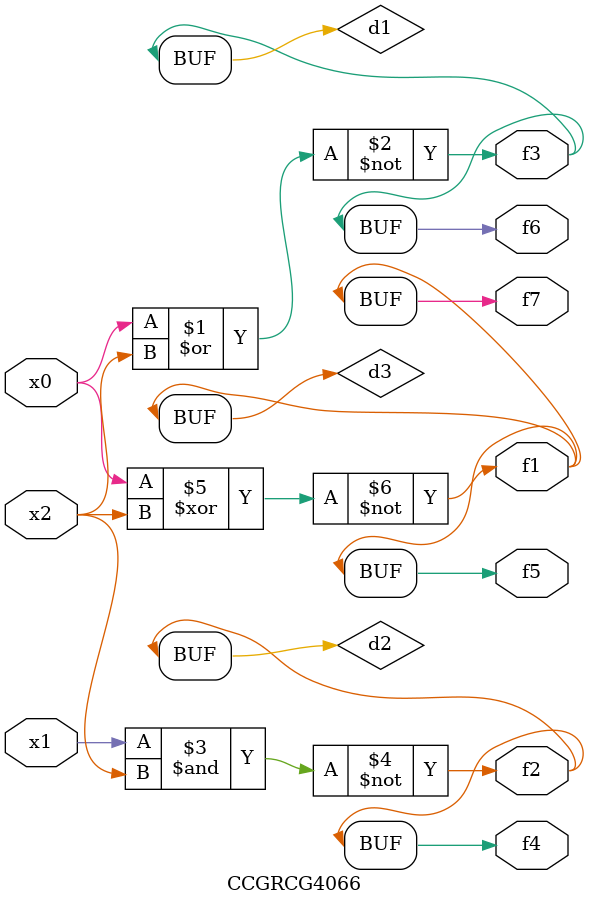
<source format=v>
module CCGRCG4066(
	input x0, x1, x2,
	output f1, f2, f3, f4, f5, f6, f7
);

	wire d1, d2, d3;

	nor (d1, x0, x2);
	nand (d2, x1, x2);
	xnor (d3, x0, x2);
	assign f1 = d3;
	assign f2 = d2;
	assign f3 = d1;
	assign f4 = d2;
	assign f5 = d3;
	assign f6 = d1;
	assign f7 = d3;
endmodule

</source>
